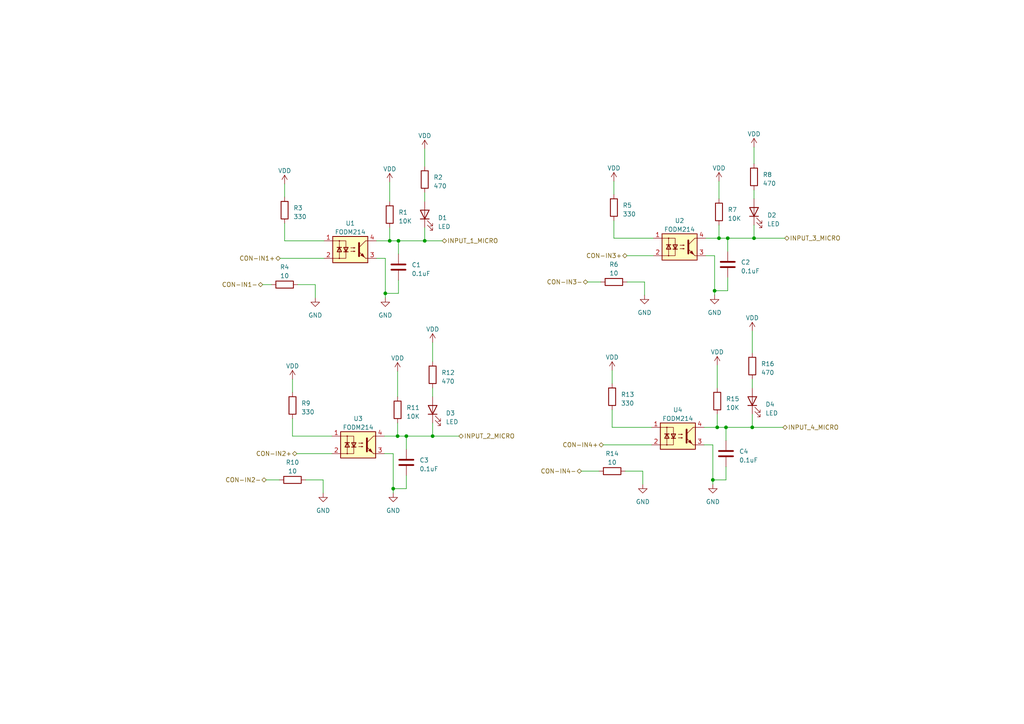
<source format=kicad_sch>
(kicad_sch (version 20230121) (generator eeschema)
  (paper "A4")
  (lib_symbols
    (symbol "Device:C" (pin_numbers hide) (pin_names (offset 0.254))
      (property "Reference" "C" (at 0.635 2.54 0))
      (property "Value" "C" (at 0.635 -2.54 0))
      (symbol "C_0_1"
        (polyline (pts (xy -2.032 -0.762) (xy 2.032 -0.762)) (stroke (width 0.508)))
        (polyline (pts (xy -2.032 0.762) (xy 2.032 0.762)) (stroke (width 0.508)))
      )
      (symbol "C_1_1"
        (pin passive line (at 0 3.81 270) (length 2.794) (name "~") (number "1"))
        (pin passive line (at 0 -3.81 90) (length 2.794) (name "~") (number "2"))
      )
    )
    (symbol "Device:LED" (pin_numbers hide) (pin_names (offset 1.016) hide)
      (property "Reference" "D" (at 0 2.54 0))
      (property "Value" "LED" (at 0 -2.54 0))
      (symbol "LED_0_1"
        (polyline (pts (xy -1.27 -1.27) (xy -1.27 1.27)) (stroke (width 0.254)))
        (polyline (pts (xy -1.27 0) (xy 1.27 0)))
        (polyline (pts (xy 1.27 -1.27) (xy 1.27 1.27) (xy -1.27 0) (xy 1.27 -1.27)) (stroke (width 0.254)))
        (polyline (pts (xy -3.048 -0.762) (xy -4.572 -2.286) (xy -3.81 -2.286) (xy -4.572 -2.286) (xy -4.572 -1.524)))
        (polyline (pts (xy -1.778 -0.762) (xy -3.302 -2.286) (xy -2.54 -2.286) (xy -3.302 -2.286) (xy -3.302 -1.524)))
      )
      (symbol "LED_1_1"
        (pin passive line (at -3.81 0 0) (length 2.54) (name "K") (number "1"))
        (pin passive line (at 3.81 0 180) (length 2.54) (name "A") (number "2"))
      )
    )
    (symbol "Device:R" (pin_numbers hide) (pin_names (offset 0))
      (property "Reference" "R" (at 2.032 0 90))
      (property "Value" "R" (at 0 0 90))
      (symbol "R_0_1"
        (rectangle (start -1.016 -2.54) (end 1.016 2.54) (stroke (width 0.254)))
      )
      (symbol "R_1_1"
        (pin passive line (at 0 3.81 270) (length 1.27) (name "~") (number "1"))
        (pin passive line (at 0 -3.81 90) (length 1.27) (name "~") (number "2"))
      )
    )
    (symbol "Isolator:FODM214"
      (property "Reference" "U" (at -5.08 5.08 0))
      (property "Value" "FODM214" (at 0 5.08 0))
      (symbol "FODM214_0_1"
        (rectangle (start -5.08 3.81) (end 5.08 -3.81) (stroke (width 0.254)) (fill (type background)))
        (circle (center -3.175 -2.54) (radius 0.127))
        (circle (center -3.175 2.54) (radius 0.127))
        (polyline (pts (xy -3.81 0.635) (xy -2.54 0.635)) (stroke (width 0.254)))
        (polyline (pts (xy -3.175 -0.635) (xy -3.175 -2.54)))
        (polyline (pts (xy -3.175 -0.635) (xy -3.175 2.54)))
        (polyline (pts (xy -1.905 -0.635) (xy -0.635 -0.635)) (stroke (width 0.254)))
        (polyline (pts (xy 2.54 0.635) (xy 4.445 2.54)))
        (polyline (pts (xy 4.445 -2.54) (xy 2.54 -0.635)) (fill (type outline)))
        (polyline (pts (xy 4.445 -2.54) (xy 5.08 -2.54)))
        (polyline (pts (xy 4.445 2.54) (xy 5.08 2.54)))
        (polyline (pts (xy -5.08 2.54) (xy -1.27 2.54) (xy -1.27 -0.635)))
        (polyline (pts (xy -1.27 -0.635) (xy -1.27 -2.54) (xy -5.08 -2.54)))
        (polyline (pts (xy 2.54 1.905) (xy 2.54 -1.905) (xy 2.54 -1.905)) (stroke (width 0.508)))
        (polyline (pts (xy -3.175 0.635) (xy -3.81 -0.635) (xy -2.54 -0.635) (xy -3.175 0.635)) (stroke (width 0.254)))
        (polyline (pts (xy -1.27 -0.635) (xy -1.905 0.635) (xy -0.635 0.635) (xy -1.27 -0.635)) (stroke (width 0.254)))
        (polyline (pts (xy 0.127 -0.508) (xy 1.397 -0.508) (xy 1.016 -0.635) (xy 1.016 -0.381) (xy 1.397 -0.508)))
        (polyline (pts (xy 0.127 0.508) (xy 1.397 0.508) (xy 1.016 0.381) (xy 1.016 0.635) (xy 1.397 0.508)))
        (polyline (pts (xy 3.048 -1.651) (xy 3.556 -1.143) (xy 4.064 -2.159) (xy 3.048 -1.651) (xy 3.048 -1.651)) (fill (type outline)))
      )
      (symbol "FODM214_1_1"
        (pin passive line (at -7.62 2.54 0) (length 2.54) (name "~") (number "1"))
        (pin passive line (at -7.62 -2.54 0) (length 2.54) (name "~") (number "2"))
        (pin passive line (at 7.62 -2.54 180) (length 2.54) (name "~") (number "3"))
        (pin passive line (at 7.62 2.54 180) (length 2.54) (name "~") (number "4"))
      )
    )
    (symbol "power:GND" (power) (pin_names (offset 0))
      (property "Value" "GND" (at 0 -3.81 0))
      (symbol "GND_0_1"
        (polyline (pts (xy 0 0) (xy 0 -1.27) (xy 1.27 -1.27) (xy 0 -2.54) (xy -1.27 -1.27) (xy 0 -1.27)))
      )
      (symbol "GND_1_1"
        (pin power_in line (at 0 0 270) (length 0) hide (name "GND") (number "1"))
      )
    )
    (symbol "power:VDD" (power) (pin_names (offset 0))
      (property "Value" "VDD" (at 0 3.81 0))
      (symbol "VDD_0_1"
        (polyline (pts (xy -0.762 1.27) (xy 0 2.54)))
        (polyline (pts (xy 0 0) (xy 0 2.54)))
        (polyline (pts (xy 0 2.54) (xy 0.762 1.27)))
      )
      (symbol "VDD_1_1"
        (pin power_in line (at 0 0 90) (length 0) hide (name "VDD") (number "1"))
      )
    )
  )
  (junction (at 218.186 123.952))
  (junction (at 208.026 123.952))
  (junction (at 115.316 126.492))
  (junction (at 111.76 85.09))
  (junction (at 207.264 84.328))
  (junction (at 115.57 69.85))
  (junction (at 211.074 69.088))
  (junction (at 125.476 126.492))
  (junction (at 117.856 126.492))
  (junction (at 123.19 69.85))
  (junction (at 114.046 141.732))
  (junction (at 210.566 123.952))
  (junction (at 113.03 69.85))
  (junction (at 218.694 69.088))
  (junction (at 208.534 69.088))
  (junction (at 206.756 139.192))
  (wire (pts (xy 211.074 69.088) (xy 211.074 72.898)))
  (wire (pts (xy 208.534 52.578) (xy 208.534 57.658)))
  (wire (pts (xy 109.22 74.93) (xy 111.76 74.93)))
  (wire (pts (xy 113.03 69.85) (xy 109.22 69.85)))
  (wire (pts (xy 208.026 120.142) (xy 208.026 123.952)))
  (wire (pts (xy 178.054 64.008) (xy 178.054 69.088)))
  (wire (pts (xy 204.724 74.168) (xy 207.264 74.168)))
  (wire (pts (xy 117.856 126.492) (xy 115.316 126.492)))
  (wire (pts (xy 123.19 66.04) (xy 123.19 69.85)))
  (wire (pts (xy 181.864 74.168) (xy 189.484 74.168)))
  (wire (pts (xy 125.476 126.492) (xy 133.096 126.492)))
  (wire (pts (xy 168.656 136.652) (xy 173.736 136.652)))
  (wire (pts (xy 175.006 129.032) (xy 188.976 129.032)))
  (wire (pts (xy 218.694 42.672) (xy 218.694 47.498)))
  (wire (pts (xy 115.57 81.28) (xy 115.57 85.09)))
  (wire (pts (xy 113.03 52.832) (xy 113.03 58.42)))
  (wire (pts (xy 125.476 122.682) (xy 125.476 126.492)))
  (wire (pts (xy 77.216 139.192) (xy 81.026 139.192)))
  (wire (pts (xy 115.316 107.696) (xy 115.316 115.062)))
  (wire (pts (xy 86.106 131.572) (xy 96.266 131.572)))
  (wire (pts (xy 181.356 136.652) (xy 186.436 136.652)))
  (wire (pts (xy 206.756 140.462) (xy 206.756 139.192)))
  (wire (pts (xy 81.28 74.93) (xy 93.98 74.93)))
  (wire (pts (xy 218.694 65.278) (xy 218.694 69.088)))
  (wire (pts (xy 82.55 64.77) (xy 82.55 69.85)))
  (wire (pts (xy 210.566 135.382) (xy 210.566 139.192)))
  (wire (pts (xy 123.19 69.85) (xy 115.57 69.85)))
  (wire (pts (xy 117.856 126.492) (xy 117.856 130.302)))
  (wire (pts (xy 186.436 136.652) (xy 186.436 140.462)))
  (wire (pts (xy 218.186 123.952) (xy 210.566 123.952)))
  (wire (pts (xy 114.046 143.002) (xy 114.046 141.732)))
  (wire (pts (xy 210.566 123.952) (xy 208.026 123.952)))
  (wire (pts (xy 115.316 122.682) (xy 115.316 126.492)))
  (wire (pts (xy 111.76 85.09) (xy 115.57 85.09)))
  (wire (pts (xy 125.476 112.522) (xy 125.476 115.062)))
  (wire (pts (xy 123.19 69.85) (xy 128.27 69.85)))
  (wire (pts (xy 178.054 69.088) (xy 189.484 69.088)))
  (wire (pts (xy 206.756 139.192) (xy 210.566 139.192)))
  (wire (pts (xy 211.074 69.088) (xy 208.534 69.088)))
  (wire (pts (xy 207.264 85.598) (xy 207.264 84.328)))
  (wire (pts (xy 186.944 81.788) (xy 186.944 85.598)))
  (wire (pts (xy 91.44 82.55) (xy 91.44 86.36)))
  (wire (pts (xy 218.186 120.142) (xy 218.186 123.952)))
  (wire (pts (xy 117.856 137.922) (xy 117.856 141.732)))
  (wire (pts (xy 218.694 69.088) (xy 211.074 69.088)))
  (wire (pts (xy 111.506 131.572) (xy 114.046 131.572)))
  (wire (pts (xy 115.57 69.85) (xy 115.57 73.66)))
  (wire (pts (xy 208.026 105.918) (xy 208.026 112.522)))
  (wire (pts (xy 84.836 121.412) (xy 84.836 126.492)))
  (wire (pts (xy 178.054 52.578) (xy 178.054 56.388)))
  (wire (pts (xy 125.476 126.492) (xy 117.856 126.492)))
  (wire (pts (xy 208.534 69.088) (xy 204.724 69.088)))
  (wire (pts (xy 82.55 69.85) (xy 93.98 69.85)))
  (wire (pts (xy 218.186 96.012) (xy 218.186 102.362)))
  (wire (pts (xy 86.36 82.55) (xy 91.44 82.55)))
  (wire (pts (xy 125.476 99.314) (xy 125.476 104.902)))
  (wire (pts (xy 208.026 123.952) (xy 204.216 123.952)))
  (wire (pts (xy 84.836 126.492) (xy 96.266 126.492)))
  (wire (pts (xy 177.546 123.952) (xy 188.976 123.952)))
  (wire (pts (xy 88.646 139.192) (xy 93.726 139.192)))
  (wire (pts (xy 177.546 118.872) (xy 177.546 123.952)))
  (wire (pts (xy 114.046 131.572) (xy 114.046 141.732)))
  (wire (pts (xy 218.186 123.952) (xy 227.076 123.952)))
  (wire (pts (xy 111.76 74.93) (xy 111.76 85.09)))
  (wire (pts (xy 84.836 109.982) (xy 84.836 113.792)))
  (wire (pts (xy 114.046 141.732) (xy 117.856 141.732)))
  (wire (pts (xy 76.2 82.55) (xy 78.74 82.55)))
  (wire (pts (xy 218.186 109.982) (xy 218.186 112.522)))
  (wire (pts (xy 115.316 126.492) (xy 111.506 126.492)))
  (wire (pts (xy 123.19 43.18) (xy 123.19 48.26)))
  (wire (pts (xy 207.264 84.328) (xy 211.074 84.328)))
  (wire (pts (xy 115.57 69.85) (xy 113.03 69.85)))
  (wire (pts (xy 207.264 74.168) (xy 207.264 84.328)))
  (wire (pts (xy 211.074 80.518) (xy 211.074 84.328)))
  (wire (pts (xy 218.694 55.118) (xy 218.694 57.658)))
  (wire (pts (xy 208.534 65.278) (xy 208.534 69.088)))
  (wire (pts (xy 204.216 129.032) (xy 206.756 129.032)))
  (wire (pts (xy 206.756 129.032) (xy 206.756 139.192)))
  (wire (pts (xy 170.434 81.788) (xy 174.244 81.788)))
  (wire (pts (xy 218.694 69.088) (xy 227.584 69.088)))
  (wire (pts (xy 111.76 86.36) (xy 111.76 85.09)))
  (wire (pts (xy 82.55 53.34) (xy 82.55 57.15)))
  (wire (pts (xy 210.566 123.952) (xy 210.566 127.762)))
  (wire (pts (xy 177.546 107.442) (xy 177.546 111.252)))
  (wire (pts (xy 181.864 81.788) (xy 186.944 81.788)))
  (wire (pts (xy 93.726 139.192) (xy 93.726 143.002)))
  (wire (pts (xy 113.03 66.04) (xy 113.03 69.85)))
  (wire (pts (xy 123.19 55.88) (xy 123.19 58.42)))
  (hierarchical_label "INPUT_2_MICRO" (shape bidirectional) (at 133.096 126.492 0))
  (hierarchical_label "CON-IN1-" (shape bidirectional) (at 76.2 82.55 180))
  (hierarchical_label "INPUT_1_MICRO" (shape bidirectional) (at 128.27 69.85 0))
  (hierarchical_label "CON-IN3+" (shape bidirectional) (at 181.864 74.168 180))
  (hierarchical_label "CON-IN2+" (shape bidirectional) (at 86.106 131.572 180))
  (hierarchical_label "CON-IN3-" (shape bidirectional) (at 170.434 81.788 180))
  (hierarchical_label "CON-IN4-" (shape bidirectional) (at 168.656 136.652 180))
  (hierarchical_label "INPUT_3_MICRO" (shape bidirectional) (at 227.584 69.088 0))
  (hierarchical_label "INPUT_4_MICRO" (shape bidirectional) (at 227.076 123.952 0))
  (hierarchical_label "CON-IN1+" (shape bidirectional) (at 81.28 74.93 180))
  (hierarchical_label "CON-IN4+" (shape bidirectional) (at 175.006 129.032 180))
  (hierarchical_label "CON-IN2-" (shape bidirectional) (at 77.216 139.192 180))
  (symbol (lib_id "Device:R") (at 84.836 117.602 0) (unit 1)
    (property "Reference" "R9" (at 87.376 116.967 0) (effects (justify left)))
    (property "Value" "330" (at 87.376 119.507 0) (effects (justify left)))
    (property "Footprint" "Resistor_SMD:R_0805_2012Metric" (effects hide))
  )
  (symbol (lib_id "power:VDD") (at 218.694 42.672 0) (unit 1)
    (property "Reference" "#PWR04" (effects hide))
    (property "Value" "VDD" (at 218.694 38.862 0))
  )
  (symbol (lib_id "power:GND") (at 111.76 86.36 0) (unit 1)
    (property "Reference" "#PWR05" (effects hide))
    (property "Value" "GND" (at 111.76 91.44 0))
  )
  (symbol (lib_id "power:VDD") (at 123.19 43.18 0) (unit 1)
    (property "Reference" "#PWR060" (effects hide))
    (property "Value" "VDD" (at 123.19 39.37 0))
  )
  (symbol (lib_id "Isolator:FODM214") (at 197.104 71.628 0) (unit 1)
    (property "Reference" "U2" (at 197.104 64.008 0))
    (property "Value" "FODM214" (at 197.104 66.548 0))
    (property "Footprint" "Package_SO:SOP-4_4.4x2.6mm_P1.27mm" (effects hide))
    (property "Datasheet" "https://www.onsemi.com/pub/Collateral/FODM214-D.PDF" (effects hide))
  )
  (symbol (lib_id "power:GND") (at 207.264 85.598 0) (unit 1)
    (property "Reference" "#PWR08" (effects hide))
    (property "Value" "GND" (at 207.264 90.678 0))
  )
  (symbol (lib_id "Isolator:FODM214") (at 103.886 129.032 0) (unit 1)
    (property "Reference" "U3" (at 103.886 121.412 0))
    (property "Value" "FODM214" (at 103.886 123.952 0))
    (property "Footprint" "Package_SO:SOP-4_4.4x2.6mm_P1.27mm" (effects hide))
    (property "Datasheet" "https://www.onsemi.com/pub/Collateral/FODM214-D.PDF" (effects hide))
  )
  (symbol (lib_id "Device:LED") (at 123.19 62.23 90) (unit 1)
    (property "Reference" "D1" (at 127 63.1825 90) (effects (justify right)))
    (property "Value" "LED" (at 127 65.7225 90) (effects (justify right)))
    (property "Footprint" "LED_SMD:LED_0805_2012Metric" (effects hide))
  )
  (symbol (lib_id "power:GND") (at 186.436 140.462 0) (unit 1)
    (property "Reference" "#PWR017" (effects hide))
    (property "Value" "GND" (at 186.436 145.542 0))
  )
  (symbol (lib_id "Device:R") (at 82.55 60.96 0) (unit 1)
    (property "Reference" "R3" (at 85.09 60.325 0) (effects (justify left)))
    (property "Value" "330" (at 85.09 62.865 0) (effects (justify left)))
    (property "Footprint" "Resistor_SMD:R_0805_2012Metric" (effects hide))
  )
  (symbol (lib_id "Device:R") (at 208.026 116.332 0) (unit 1)
    (property "Reference" "R15" (at 210.566 115.697 0) (effects (justify left)))
    (property "Value" "10K" (at 210.566 118.237 0) (effects (justify left)))
    (property "Footprint" "Resistor_SMD:R_0805_2012Metric" (effects hide))
  )
  (symbol (lib_id "power:VDD") (at 115.316 107.696 0) (unit 1)
    (property "Reference" "#PWR010" (effects hide))
    (property "Value" "VDD" (at 115.316 103.886 0))
  )
  (symbol (lib_id "power:GND") (at 91.44 86.36 0) (unit 1)
    (property "Reference" "#PWR01" (effects hide))
    (property "Value" "GND" (at 91.44 91.44 0))
  )
  (symbol (lib_id "power:VDD") (at 208.026 105.918 0) (unit 1)
    (property "Reference" "#PWR014" (effects hide))
    (property "Value" "VDD" (at 208.026 102.108 0))
  )
  (symbol (lib_id "power:VDD") (at 82.55 53.34 0) (unit 1)
    (property "Reference" "#PWR02" (effects hide))
    (property "Value" "VDD" (at 82.55 49.53 0))
  )
  (symbol (lib_id "power:VDD") (at 125.476 99.314 0) (unit 1)
    (property "Reference" "#PWR09" (effects hide))
    (property "Value" "VDD" (at 125.476 95.504 0))
  )
  (symbol (lib_id "Device:C") (at 117.856 134.112 0) (unit 1)
    (property "Reference" "C3" (at 121.666 133.477 0) (effects (justify left)))
    (property "Value" "0.1uF" (at 121.666 136.017 0) (effects (justify left)))
    (property "Footprint" "Capacitor_SMD:C_0805_2012Metric" (effects hide))
  )
  (symbol (lib_id "Device:R") (at 218.694 51.308 0) (unit 1)
    (property "Reference" "R8" (at 221.234 50.673 0) (effects (justify left)))
    (property "Value" "470" (at 221.234 53.213 0) (effects (justify left)))
    (property "Footprint" "Resistor_SMD:R_0805_2012Metric" (effects hide))
  )
  (symbol (lib_id "Isolator:FODM214") (at 101.6 72.39 0) (unit 1)
    (property "Reference" "U1" (at 101.6 64.77 0))
    (property "Value" "FODM214" (at 101.6 67.31 0))
    (property "Footprint" "Package_SO:SOP-4_4.4x2.6mm_P1.27mm" (effects hide))
    (property "Datasheet" "https://www.onsemi.com/pub/Collateral/FODM214-D.PDF" (effects hide))
  )
  (symbol (lib_id "Device:R") (at 84.836 139.192 90) (unit 1)
    (property "Reference" "R10" (at 84.836 134.112 90))
    (property "Value" "10" (at 84.836 136.652 90))
    (property "Footprint" "Resistor_SMD:R_0805_2012Metric" (effects hide))
  )
  (symbol (lib_id "power:GND") (at 114.046 143.002 0) (unit 1)
    (property "Reference" "#PWR013" (effects hide))
    (property "Value" "GND" (at 114.046 148.082 0))
  )
  (symbol (lib_id "power:VDD") (at 113.03 52.832 0) (unit 1)
    (property "Reference" "#PWR057" (effects hide))
    (property "Value" "VDD" (at 113.03 49.022 0))
  )
  (symbol (lib_id "Device:LED") (at 125.476 118.872 90) (unit 1)
    (property "Reference" "D3" (at 129.286 119.8245 90) (effects (justify right)))
    (property "Value" "LED" (at 129.286 122.3645 90) (effects (justify right)))
    (property "Footprint" "LED_SMD:LED_0805_2012Metric" (effects hide))
  )
  (symbol (lib_id "power:GND") (at 186.944 85.598 0) (unit 1)
    (property "Reference" "#PWR07" (effects hide))
    (property "Value" "GND" (at 186.944 90.678 0))
  )
  (symbol (lib_id "power:VDD") (at 178.054 52.578 0) (unit 1)
    (property "Reference" "#PWR06" (effects hide))
    (property "Value" "VDD" (at 178.054 48.768 0))
  )
  (symbol (lib_id "Device:C") (at 210.566 131.572 0) (unit 1)
    (property "Reference" "C4" (at 214.376 130.937 0) (effects (justify left)))
    (property "Value" "0.1uF" (at 214.376 133.477 0) (effects (justify left)))
    (property "Footprint" "Capacitor_SMD:C_0805_2012Metric" (effects hide))
  )
  (symbol (lib_id "power:VDD") (at 177.546 107.442 0) (unit 1)
    (property "Reference" "#PWR016" (effects hide))
    (property "Value" "VDD" (at 177.546 103.632 0))
  )
  (symbol (lib_id "Device:R") (at 218.186 106.172 0) (unit 1)
    (property "Reference" "R16" (at 220.726 105.537 0) (effects (justify left)))
    (property "Value" "470" (at 220.726 108.077 0) (effects (justify left)))
    (property "Footprint" "Resistor_SMD:R_0805_2012Metric" (effects hide))
  )
  (symbol (lib_id "Device:R") (at 178.054 81.788 90) (unit 1)
    (property "Reference" "R6" (at 178.054 76.708 90))
    (property "Value" "10" (at 178.054 79.248 90))
    (property "Footprint" "Resistor_SMD:R_0805_2012Metric" (effects hide))
  )
  (symbol (lib_id "Device:R") (at 208.534 61.468 0) (unit 1)
    (property "Reference" "R7" (at 211.074 60.833 0) (effects (justify left)))
    (property "Value" "10K" (at 211.074 63.373 0) (effects (justify left)))
    (property "Footprint" "Resistor_SMD:R_0805_2012Metric" (effects hide))
  )
  (symbol (lib_id "Device:R") (at 113.03 62.23 0) (unit 1)
    (property "Reference" "R1" (at 115.57 61.595 0) (effects (justify left)))
    (property "Value" "10K" (at 115.57 64.135 0) (effects (justify left)))
    (property "Footprint" "Resistor_SMD:R_0805_2012Metric" (effects hide))
  )
  (symbol (lib_id "power:VDD") (at 218.186 96.012 0) (unit 1)
    (property "Reference" "#PWR015" (effects hide))
    (property "Value" "VDD" (at 218.186 92.202 0))
  )
  (symbol (lib_id "Isolator:FODM214") (at 196.596 126.492 0) (unit 1)
    (property "Reference" "U4" (at 196.596 118.872 0))
    (property "Value" "FODM214" (at 196.596 121.412 0))
    (property "Footprint" "Package_SO:SOP-4_4.4x2.6mm_P1.27mm" (effects hide))
    (property "Datasheet" "https://www.onsemi.com/pub/Collateral/FODM214-D.PDF" (effects hide))
  )
  (symbol (lib_id "Device:R") (at 123.19 52.07 0) (unit 1)
    (property "Reference" "R2" (at 125.73 51.435 0) (effects (justify left)))
    (property "Value" "470" (at 125.73 53.975 0) (effects (justify left)))
    (property "Footprint" "Resistor_SMD:R_0805_2012Metric" (effects hide))
  )
  (symbol (lib_id "Device:C") (at 211.074 76.708 0) (unit 1)
    (property "Reference" "C2" (at 214.884 76.073 0) (effects (justify left)))
    (property "Value" "0.1uF" (at 214.884 78.613 0) (effects (justify left)))
    (property "Footprint" "Capacitor_SMD:C_0805_2012Metric" (effects hide))
  )
  (symbol (lib_id "Device:LED") (at 218.694 61.468 90) (unit 1)
    (property "Reference" "D2" (at 222.504 62.4205 90) (effects (justify right)))
    (property "Value" "LED" (at 222.504 64.9605 90) (effects (justify right)))
    (property "Footprint" "LED_SMD:LED_0805_2012Metric" (effects hide))
  )
  (symbol (lib_id "Device:R") (at 82.55 82.55 90) (unit 1)
    (property "Reference" "R4" (at 82.55 77.47 90))
    (property "Value" "10" (at 82.55 80.01 90))
    (property "Footprint" "Resistor_SMD:R_0805_2012Metric" (effects hide))
  )
  (symbol (lib_id "Device:R") (at 178.054 60.198 0) (unit 1)
    (property "Reference" "R5" (at 180.594 59.563 0) (effects (justify left)))
    (property "Value" "330" (at 180.594 62.103 0) (effects (justify left)))
    (property "Footprint" "Resistor_SMD:R_0805_2012Metric" (effects hide))
  )
  (symbol (lib_id "power:VDD") (at 84.836 109.982 0) (unit 1)
    (property "Reference" "#PWR011" (effects hide))
    (property "Value" "VDD" (at 84.836 106.172 0))
  )
  (symbol (lib_id "Device:R") (at 177.546 115.062 0) (unit 1)
    (property "Reference" "R13" (at 180.086 114.427 0) (effects (justify left)))
    (property "Value" "330" (at 180.086 116.967 0) (effects (justify left)))
    (property "Footprint" "Resistor_SMD:R_0805_2012Metric" (effects hide))
  )
  (symbol (lib_id "power:VDD") (at 208.534 52.578 0) (unit 1)
    (property "Reference" "#PWR03" (effects hide))
    (property "Value" "VDD" (at 208.534 48.768 0))
  )
  (symbol (lib_id "Device:R") (at 177.546 136.652 90) (unit 1)
    (property "Reference" "R14" (at 177.546 131.572 90))
    (property "Value" "10" (at 177.546 134.112 90))
    (property "Footprint" "Resistor_SMD:R_0805_2012Metric" (effects hide))
  )
  (symbol (lib_id "Device:LED") (at 218.186 116.332 90) (unit 1)
    (property "Reference" "D4" (at 221.996 117.2845 90) (effects (justify right)))
    (property "Value" "LED" (at 221.996 119.8245 90) (effects (justify right)))
    (property "Footprint" "LED_SMD:LED_0805_2012Metric" (effects hide))
  )
  (symbol (lib_id "power:GND") (at 206.756 140.462 0) (unit 1)
    (property "Reference" "#PWR018" (effects hide))
    (property "Value" "GND" (at 206.756 145.542 0))
  )
  (symbol (lib_id "power:GND") (at 93.726 143.002 0) (unit 1)
    (property "Reference" "#PWR012" (effects hide))
    (property "Value" "GND" (at 93.726 148.082 0))
  )
  (symbol (lib_id "Device:C") (at 115.57 77.47 0) (unit 1)
    (property "Reference" "C1" (at 119.38 76.835 0) (effects (justify left)))
    (property "Value" "0.1uF" (at 119.38 79.375 0) (effects (justify left)))
    (property "Footprint" "Capacitor_SMD:C_0805_2012Metric" (effects hide))
  )
  (symbol (lib_id "Device:R") (at 125.476 108.712 0) (unit 1)
    (property "Reference" "R12" (at 128.016 108.077 0) (effects (justify left)))
    (property "Value" "470" (at 128.016 110.617 0) (effects (justify left)))
    (property "Footprint" "Resistor_SMD:R_0805_2012Metric" (effects hide))
  )
  (symbol (lib_id "Device:R") (at 115.316 118.872 0) (unit 1)
    (property "Reference" "R11" (at 117.856 118.237 0) (effects (justify left)))
    (property "Value" "10K" (at 117.856 120.777 0) (effects (justify left)))
    (property "Footprint" "Resistor_SMD:R_0805_2012Metric" (effects hide))
  )
)
</source>
